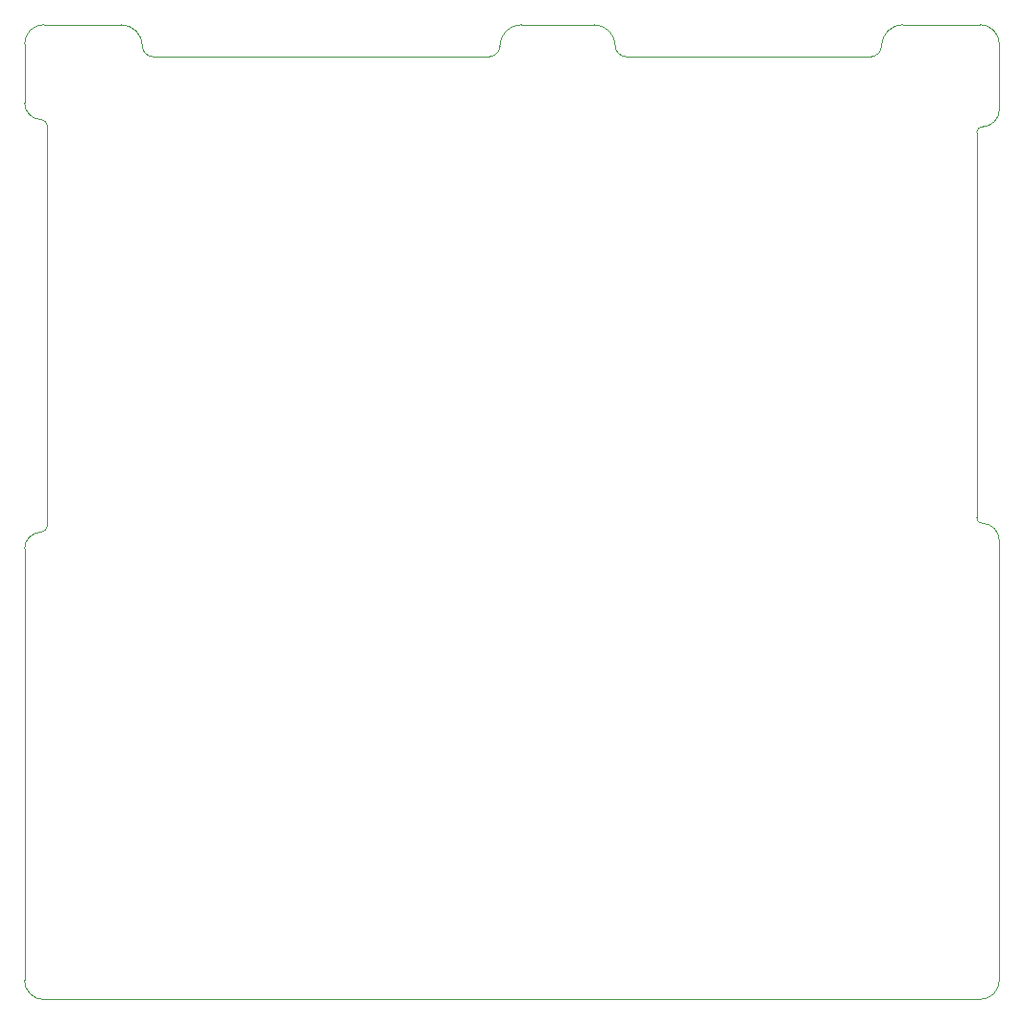
<source format=gbr>
G04*
G04 #@! TF.GenerationSoftware,Altium Limited,Altium Designer,24.1.2 (44)*
G04*
G04 Layer_Color=0*
%FSLAX44Y44*%
%MOMM*%
G71*
G04*
G04 #@! TF.SameCoordinates,E5F7653D-5FC0-4154-B66B-F321A2D7D9BC*
G04*
G04*
G04 #@! TF.FilePolarity,Positive*
G04*
G01*
G75*
%ADD124C,0.0254*%
D124*
X-5000Y11973D02*
X-5000Y392430D01*
X-5000Y392449D01*
D02*
G02*
X10000Y407430I15000J-19D01*
G01*
D02*
G03*
X15000Y412430I0J5000D01*
G01*
Y766130D01*
D02*
G03*
X10000Y771130I-5000J0D01*
G01*
D02*
G02*
X-5000Y786130I-0J15000D01*
G01*
Y838000D01*
D02*
G02*
X11981Y855000I17000J0D01*
G01*
X12000Y855000D01*
X79977Y855000D01*
X80000Y855000D01*
D02*
G02*
X99000Y836019I0J-19000D01*
G01*
X99000Y836000D01*
D02*
G03*
X108000Y827000I9000J0D01*
G01*
X405300D01*
D02*
G03*
X414300Y836000I0J9000D01*
G01*
X414300Y836019D01*
D02*
G02*
X433300Y855000I19000J-19D01*
G01*
X497300D01*
D02*
G02*
X516300Y836019I0J-19000D01*
G01*
X516300Y836000D01*
D02*
G03*
X525300Y827000I9000J0D01*
G01*
X742000D01*
D02*
G03*
X751000Y836000I0J9000D01*
G01*
X751000Y836019D01*
D02*
G02*
X770000Y855000I19000J-19D01*
G01*
X838000D01*
D02*
G02*
X855000Y838000I0J-17000D01*
G01*
Y780099D01*
X855001Y780000D01*
D02*
G02*
X840001Y765000I-15000J0D01*
G01*
X839990Y765000D01*
D02*
G03*
X835001Y760000I11J-5000D01*
G01*
X835000Y759903D01*
Y420000D01*
D02*
G03*
X840000Y415000I5000J0D01*
G01*
D02*
G02*
X855000Y400000I0J-15000D01*
G01*
X855000Y12016D01*
X855000Y12000D01*
D02*
G02*
X838027Y-5000I-17000J-0D01*
G01*
X838000Y-5000D01*
X12016Y-5000D01*
X12000Y-5000D01*
D02*
G02*
X-5000Y11973I-0J17000D01*
G01*
M02*

</source>
